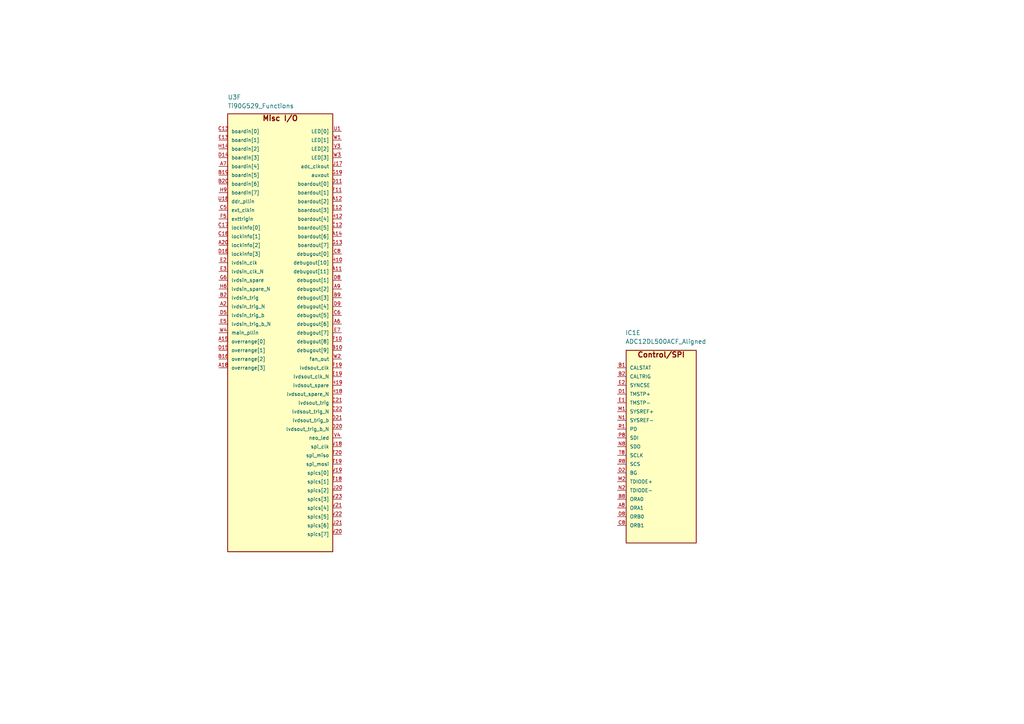
<source format=kicad_sch>
(kicad_sch (version 20250114) (generator "eeschema") (generator_version "9.0")
  (paper "A4")
  (lib_symbols
    (symbol "Aligned_Peripheral_Symbols:ADC12DL500ACF_Aligned" (pin_names (offset 1.016))
      (property "Reference" "IC" (at 0 1.27 0))
      (property "Value" "ADC12DL500ACF_Aligned" (at 0 -1.27 0))
      (symbol "ADC12DL500ACF_Aligned_1_1"
        (text "Ch A/C LVDS Out" (at 12.7 68.58 0) (effects (font (size 1.524 1.524) (bold yes))))
        (pin output line (at -2.54 64.77 0) (length 2.54) (name "DA0+") (number "A9"))
        (pin output line (at -2.54 62.23 0) (length 2.54) (name "DA0-") (number "A10"))
        (pin output line (at -2.54 59.69 0) (length 2.54) (name "DA1+") (number "B9"))
        (pin output line (at -2.54 57.15 0) (length 2.54) (name "DA1-") (number "B10"))
        (pin output line (at -2.54 54.61 0) (length 2.54) (name "DA2+") (number "C9"))
        (pin output line (at -2.54 52.07 0) (length 2.54) (name "DA2-") (number "C10"))
        (pin output line (at -2.54 49.53 0) (length 2.54) (name "DA3+") (number "D9"))
        (pin output line (at -2.54 46.99 0) (length 2.54) (name "DA3-") (number "D10"))
        (pin output line (at -2.54 44.45 0) (length 2.54) (name "DA4+") (number "E9"))
        (pin output line (at -2.54 41.91 0) (length 2.54) (name "DA4-") (number "E10"))
        (pin output line (at -2.54 39.37 0) (length 2.54) (name "DA5+") (number "F9"))
        (pin output line (at -2.54 36.83 0) (length 2.54) (name "DA5-") (number "F10"))
        (pin output line (at -2.54 34.29 0) (length 2.54) (name "DA6+") (number "A11"))
        (pin output line (at -2.54 31.75 0) (length 2.54) (name "DA6-") (number "A12"))
        (pin output line (at -2.54 29.21 0) (length 2.54) (name "DA7+") (number "B11"))
        (pin output line (at -2.54 26.67 0) (length 2.54) (name "DA7-") (number "B12"))
        (pin output line (at -2.54 24.13 0) (length 2.54) (name "DA8+") (number "C11"))
        (pin output line (at -2.54 21.59 0) (length 2.54) (name "DA8-") (number "C12"))
        (pin output line (at -2.54 19.05 0) (length 2.54) (name "DA9+") (number "D11"))
        (pin output line (at -2.54 16.51 0) (length 2.54) (name "DA9-") (number "D12"))
        (pin output line (at -2.54 13.97 0) (length 2.54) (name "DA10+") (number "E11"))
        (pin output line (at -2.54 11.43 0) (length 2.54) (name "DA10-") (number "E12"))
        (pin output line (at -2.54 8.89 0) (length 2.54) (name "DA11+") (number "F11"))
        (pin output line (at -2.54 6.35 0) (length 2.54) (name "DA11-") (number "F12"))
        (pin output line (at -2.54 3.81 0) (length 2.54) (name "DASTR+") (number "H9"))
        (pin output line (at -2.54 1.27 0) (length 2.54) (name "DASTR-") (number "H10"))
        (pin output line (at -2.54 -1.27 0) (length 2.54) (name "DC0+") (number "A13"))
        (pin output line (at -2.54 -3.81 0) (length 2.54) (name "DC0-") (number "A14"))
        (pin output line (at -2.54 -6.35 0) (length 2.54) (name "DC1+") (number "B13"))
        (pin output line (at -2.54 -8.89 0) (length 2.54) (name "DC1-") (number "B14"))
        (pin output line (at -2.54 -11.43 0) (length 2.54) (name "DC2+") (number "C13"))
        (pin output line (at -2.54 -13.97 0) (length 2.54) (name "DC2-") (number "C14"))
        (pin output line (at -2.54 -16.51 0) (length 2.54) (name "DC3+") (number "D13"))
        (pin output line (at -2.54 -19.05 0) (length 2.54) (name "DC3-") (number "D14"))
        (pin output line (at -2.54 -21.59 0) (length 2.54) (name "DC4+") (number "E13"))
        (pin output line (at -2.54 -24.13 0) (length 2.54) (name "DC4-") (number "E14"))
        (pin output line (at -2.54 -26.67 0) (length 2.54) (name "DC5+") (number "F13"))
        (pin output line (at -2.54 -29.21 0) (length 2.54) (name "DC5-") (number "F14"))
        (pin output line (at -2.54 -31.75 0) (length 2.54) (name "DC6+") (number "G13"))
        (pin output line (at -2.54 -34.29 0) (length 2.54) (name "DC6-") (number "G14"))
        (pin output line (at -2.54 -36.83 0) (length 2.54) (name "DC7+") (number "B15"))
        (pin output line (at -2.54 -39.37 0) (length 2.54) (name "DC7-") (number "B16"))
        (pin output line (at -2.54 -41.91 0) (length 2.54) (name "DC8+") (number "C15"))
        (pin output line (at -2.54 -44.45 0) (length 2.54) (name "DC8-") (number "C16"))
        (pin output line (at -2.54 -46.99 0) (length 2.54) (name "DC9+") (number "D15"))
        (pin output line (at -2.54 -49.53 0) (length 2.54) (name "DC9-") (number "D16"))
        (pin output line (at -2.54 -52.07 0) (length 2.54) (name "DC10+") (number "E15"))
        (pin output line (at -2.54 -54.61 0) (length 2.54) (name "DC10-") (number "E16"))
        (pin output line (at -2.54 -57.15 0) (length 2.54) (name "DC11+") (number "F15"))
        (pin output line (at -2.54 -59.69 0) (length 2.54) (name "DC11-") (number "F16"))
        (pin output line (at -2.54 -62.23 0) (length 2.54) (name "DCSTR+") (number "H15"))
        (pin output line (at -2.54 -64.77 0) (length 2.54) (name "DCSTR-") (number "H16"))
      )
      (symbol "ADC12DL500ACF_Aligned_2_1"
        (text "Ch B/D LVDS Out" (at 12.7 68.58 0) (effects (font (size 1.524 1.524) (bold yes))))
        (pin output line (at -2.54 64.77 0) (length 2.54) (name "DB0+") (number "T9"))
        (pin output line (at -2.54 62.23 0) (length 2.54) (name "DB0-") (number "T10"))
        (pin output line (at -2.54 59.69 0) (length 2.54) (name "DB1+") (number "R9"))
        (pin output line (at -2.54 57.15 0) (length 2.54) (name "DB1-") (number "R10"))
        (pin output line (at -2.54 54.61 0) (length 2.54) (name "DB2+") (number "P9"))
        (pin output line (at -2.54 52.07 0) (length 2.54) (name "DB2-") (number "P10"))
        (pin output line (at -2.54 49.53 0) (length 2.54) (name "DB3+") (number "N9"))
        (pin output line (at -2.54 46.99 0) (length 2.54) (name "DB3-") (number "N10"))
        (pin output line (at -2.54 44.45 0) (length 2.54) (name "DB4+") (number "M9"))
        (pin output line (at -2.54 41.91 0) (length 2.54) (name "DB4-") (number "M10"))
        (pin output line (at -2.54 39.37 0) (length 2.54) (name "DB5+") (number "L9"))
        (pin output line (at -2.54 36.83 0) (length 2.54) (name "DB5-") (number "L10"))
        (pin output line (at -2.54 34.29 0) (length 2.54) (name "DB6+") (number "T11"))
        (pin output line (at -2.54 31.75 0) (length 2.54) (name "DB6-") (number "T12"))
        (pin output line (at -2.54 29.21 0) (length 2.54) (name "DB7+") (number "R11"))
        (pin output line (at -2.54 26.67 0) (length 2.54) (name "DB7-") (number "R12"))
        (pin output line (at -2.54 24.13 0) (length 2.54) (name "DB8+") (number "P11"))
        (pin output line (at -2.54 21.59 0) (length 2.54) (name "DB8-") (number "P12"))
        (pin output line (at -2.54 19.05 0) (length 2.54) (name "DB9+") (number "N11"))
        (pin output line (at -2.54 16.51 0) (length 2.54) (name "DB9-") (number "N12"))
        (pin output line (at -2.54 13.97 0) (length 2.54) (name "DB10+") (number "M11"))
        (pin output line (at -2.54 11.43 0) (length 2.54) (name "DB10-") (number "M12"))
        (pin output line (at -2.54 8.89 0) (length 2.54) (name "DB11+") (number "L11"))
        (pin output line (at -2.54 6.35 0) (length 2.54) (name "DB11-") (number "L12"))
        (pin output line (at -2.54 3.81 0) (length 2.54) (name "DBSTR+") (number "J9"))
        (pin output line (at -2.54 1.27 0) (length 2.54) (name "DBSTR-") (number "J10"))
        (pin output line (at -2.54 -1.27 0) (length 2.54) (name "DD0+") (number "T13"))
        (pin output line (at -2.54 -3.81 0) (length 2.54) (name "DD0-") (number "T14"))
        (pin output line (at -2.54 -6.35 0) (length 2.54) (name "DD1+") (number "R13"))
        (pin output line (at -2.54 -8.89 0) (length 2.54) (name "DD1-") (number "R14"))
        (pin output line (at -2.54 -11.43 0) (length 2.54) (name "DD2+") (number "P13"))
        (pin output line (at -2.54 -13.97 0) (length 2.54) (name "DD2-") (number "P14"))
        (pin output line (at -2.54 -16.51 0) (length 2.54) (name "DD3+") (number "N13"))
        (pin output line (at -2.54 -19.05 0) (length 2.54) (name "DD3-") (number "N14"))
        (pin output line (at -2.54 -21.59 0) (length 2.54) (name "DD4+") (number "M13"))
        (pin output line (at -2.54 -24.13 0) (length 2.54) (name "DD4-") (number "M14"))
        (pin output line (at -2.54 -26.67 0) (length 2.54) (name "DD5+") (number "L13"))
        (pin output line (at -2.54 -29.21 0) (length 2.54) (name "DD5-") (number "L14"))
        (pin output line (at -2.54 -31.75 0) (length 2.54) (name "DD6+") (number "K13"))
        (pin output line (at -2.54 -34.29 0) (length 2.54) (name "DD6-") (number "K14"))
        (pin output line (at -2.54 -36.83 0) (length 2.54) (name "DD7+") (number "R15"))
        (pin output line (at -2.54 -39.37 0) (length 2.54) (name "DD7-") (number "R16"))
        (pin output line (at -2.54 -41.91 0) (length 2.54) (name "DD8+") (number "P15"))
        (pin output line (at -2.54 -44.45 0) (length 2.54) (name "DD8-") (number "P16"))
        (pin output line (at -2.54 -46.99 0) (length 2.54) (name "DD9+") (number "N15"))
        (pin output line (at -2.54 -49.53 0) (length 2.54) (name "DD9-") (number "N16"))
        (pin output line (at -2.54 -52.07 0) (length 2.54) (name "DD10+") (number "M15"))
        (pin output line (at -2.54 -54.61 0) (length 2.54) (name "DD10-") (number "M16"))
        (pin output line (at -2.54 -57.15 0) (length 2.54) (name "DD11+") (number "L15"))
        (pin output line (at -2.54 -59.69 0) (length 2.54) (name "DD11-") (number "L16"))
        (pin output line (at -2.54 -62.23 0) (length 2.54) (name "DDSTR+") (number "J15"))
        (pin output line (at -2.54 -64.77 0) (length 2.54) (name "DDSTR-") (number "J16"))
      )
      (symbol "ADC12DL500ACF_Aligned_3_1"
        (text "LVDS Clock Out" (at 12.7 12.7 0) (effects (font (size 1.524 1.524) (bold yes))))
        (pin output line (at -2.54 8.89 0) (length 2.54) (name "DBCLK+") (number "K9"))
        (pin output line (at -2.54 6.35 0) (length 2.54) (name "DBCLK-") (number "K10"))
        (pin output line (at -2.54 3.81 0) (length 2.54) (name "DDCLK+") (number "K15"))
        (pin output line (at -2.54 1.27 0) (length 2.54) (name "DDCLK-") (number "K16"))
        (pin output line (at -2.54 -1.27 0) (length 2.54) (name "DACLK+") (number "G9"))
        (pin output line (at -2.54 -3.81 0) (length 2.54) (name "DACLK-") (number "G10"))
        (pin output line (at -2.54 -6.35 0) (length 2.54) (name "DCCLK+") (number "G15"))
        (pin output line (at -2.54 -8.89 0) (length 2.54) (name "DCCLK-") (number "G16"))
      )
      (symbol "ADC12DL500ACF_Aligned_4_1"
        (text "Analog" (at 10.16 10.16 0) (effects (font (size 1.524 1.524) (bold yes))))
        (pin input line (at -2.54 6.35 0) (length 2.54) (name "INA+") (number "A4"))
        (pin input line (at -2.54 3.81 0) (length 2.54) (name "INA-") (number "A5"))
        (pin input line (at -2.54 1.27 0) (length 2.54) (name "INB+") (number "T4"))
        (pin input line (at -2.54 -1.27 0) (length 2.54) (name "INB-") (number "T5"))
        (pin input line (at -2.54 -3.81 0) (length 2.54) (name "CLK+") (number "H1"))
        (pin input line (at -2.54 -6.35 0) (length 2.54) (name "CLK-") (number "J1"))
      )
      (symbol "ADC12DL500ACF_Aligned_5_1"
        (text "Control/SPI" (at 10.16 26.67 0) (effects (font (size 1.524 1.524) (bold yes))))
        (pin output line (at -2.54 22.86 0) (length 2.54) (name "CALSTAT") (number "B1"))
        (pin input line (at -2.54 20.32 0) (length 2.54) (name "CALTRIG") (number "B2"))
        (pin input line (at -2.54 17.78 0) (length 2.54) (name "SYNCSE") (number "E2"))
        (pin input line (at -2.54 15.24 0) (length 2.54) (name "TMSTP+") (number "D1"))
        (pin input line (at -2.54 12.7 0) (length 2.54) (name "TMSTP-") (number "E1"))
        (pin input line (at -2.54 10.16 0) (length 2.54) (name "SYSREF+") (number "M1"))
        (pin input line (at -2.54 7.62 0) (length 2.54) (name "SYSREF-") (number "N1"))
        (pin input line (at -2.54 5.08 0) (length 2.54) (name "PD") (number "R1"))
        (pin input line (at -2.54 2.54 0) (length 2.54) (name "SDI") (number "P8"))
        (pin output line (at -2.54 0 0) (length 2.54) (name "SDO") (number "N8"))
        (pin input line (at -2.54 -2.54 0) (length 2.54) (name "SCLK") (number "T8"))
        (pin input line (at -2.54 -5.08 0) (length 2.54) (name "SCS") (number "R8"))
        (pin passive line (at -2.54 -7.62 0) (length 2.54) (name "BG") (number "D2"))
        (pin passive line (at -2.54 -10.16 0) (length 2.54) (name "TDIODE+") (number "M2"))
        (pin passive line (at -2.54 -12.7 0) (length 2.54) (name "TDIODE-") (number "N2"))
        (pin output line (at -2.54 -15.24 0) (length 2.54) (name "ORA0") (number "B8"))
        (pin output line (at -2.54 -17.78 0) (length 2.54) (name "ORA1") (number "A8"))
        (pin output line (at -2.54 -20.32 0) (length 2.54) (name "ORB0") (number "D8"))
        (pin output line (at -2.54 -22.86 0) (length 2.54) (name "ORB1") (number "C8"))
      )
      (symbol "ADC12DL500ACF_Aligned_6_1"
        (text "Power" (at 12.7 83.82 0) (effects (font (size 1.524 1.524) (bold yes))))
        (pin power_in line (at -2.54 80.01 0) (length 2.54) (name "VA11_1") (number "E4"))
        (pin power_in line (at -2.54 77.47 0) (length 2.54) (name "VA11_2") (number "E5"))
        (pin power_in line (at -2.54 74.93 0) (length 2.54) (name "VA11_3") (number "E6"))
        (pin power_in line (at -2.54 72.39 0) (length 2.54) (name "VA11_4") (number "F3"))
        (pin power_in line (at -2.54 69.85 0) (length 2.54) (name "VA11_5") (number "F4"))
        (pin power_in line (at -2.54 67.31 0) (length 2.54) (name "VA11_6") (number "F5"))
        (pin power_in line (at -2.54 64.77 0) (length 2.54) (name "VA11_7") (number "F6"))
        (pin power_in line (at -2.54 62.23 0) (length 2.54) (name "VA11_8") (number "L3"))
        (pin power_in line (at -2.54 59.69 0) (length 2.54) (name "VA11_9") (number "L4"))
        (pin power_in line (at -2.54 57.15 0) (length 2.54) (name "VA11_10") (number "L5"))
        (pin power_in line (at -2.54 54.61 0) (length 2.54) (name "VA11_11") (number "L6"))
        (pin power_in line (at -2.54 52.07 0) (length 2.54) (name "VA11_12") (number "M4"))
        (pin power_in line (at -2.54 49.53 0) (length 2.54) (name "VA11_13") (number "M5"))
        (pin power_in line (at -2.54 46.99 0) (length 2.54) (name "VA11_14") (number "M6"))
        (pin power_in line (at -2.54 44.45 0) (length 2.54) (name "VA19_1") (number "G3"))
        (pin power_in line (at -2.54 41.91 0) (length 2.54) (name "VA19_2") (number "G4"))
        (pin power_in line (at -2.54 39.37 0) (length 2.54) (name "VA19_3") (number "G5"))
        (pin power_in line (at -2.54 36.83 0) (length 2.54) (name "VA19_4") (number "G6"))
        (pin power_in line (at -2.54 34.29 0) (length 2.54) (name "VA19_5") (number "H3"))
        (pin power_in line (at -2.54 31.75 0) (length 2.54) (name "VA19_6") (number "H4"))
        (pin power_in line (at -2.54 29.21 0) (length 2.54) (name "VA19_7") (number "H5"))
        (pin power_in line (at -2.54 26.67 0) (length 2.54) (name "VA19_8") (number "H6"))
        (pin power_in line (at -2.54 24.13 0) (length 2.54) (name "VA19_9") (number "J3"))
        (pin power_in line (at -2.54 21.59 0) (length 2.54) (name "VA19_10") (number "J4"))
        (pin power_in line (at -2.54 19.05 0) (length 2.54) (name "VA19_11") (number "J5"))
        (pin power_in line (at -2.54 16.51 0) (length 2.54) (name "VA19_12") (number "J6"))
        (pin power_in line (at -2.54 13.97 0) (length 2.54) (name "VA19_13") (number "K3"))
        (pin power_in line (at -2.54 11.43 0) (length 2.54) (name "VA19_14") (number "K4"))
        (pin power_in line (at -2.54 8.89 0) (length 2.54) (name "VA19_15") (number "K5"))
        (pin power_in line (at -2.54 6.35 0) (length 2.54) (name "VA19_16") (number "K6"))
        (pin power_in line (at -2.54 3.81 0) (length 2.54) (name "VD11_1") (number "E8"))
        (pin power_in line (at -2.54 1.27 0) (length 2.54) (name "VD11_2") (number "F8"))
        (pin power_in line (at -2.54 -1.27 0) (length 2.54) (name "VD11_3") (number "G8"))
        (pin power_in line (at -2.54 -3.81 0) (length 2.54) (name "VD11_4") (number "K8"))
        (pin power_in line (at -2.54 -6.35 0) (length 2.54) (name "VD11_5") (number "L8"))
        (pin power_in line (at -2.54 -8.89 0) (length 2.54) (name "VD11_6") (number "M8"))
        (pin power_in line (at -2.54 -11.43 0) (length 2.54) (name "VLVDS_1") (number "G11"))
        (pin power_in line (at -2.54 -13.97 0) (length 2.54) (name "VLVDS_2") (number "G12"))
        (pin power_in line (at -2.54 -16.51 0) (length 2.54) (name "VLVDS_3") (number "H11"))
        (pin power_in line (at -2.54 -19.05 0) (length 2.54) (name "VLVDS_4") (number "H12"))
        (pin power_in line (at -2.54 -21.59 0) (length 2.54) (name "VLVDS_5") (number "H13"))
        (pin power_in line (at -2.54 -24.13 0) (length 2.54) (name "VLVDS_6") (number "J11"))
        (pin power_in line (at -2.54 -26.67 0) (length 2.54) (name "VLVDS_7") (number "J12"))
        (pin power_in line (at -2.54 -29.21 0) (length 2.54) (name "VLVDS_8") (number "J13"))
        (pin power_in line (at -2.54 -31.75 0) (length 2.54) (name "VLVDS_9") (number "K11"))
        (pin power_in line (at -2.54 -34.29 0) (length 2.54) (name "VLVDS_10") (number "K12"))
        (pin power_in line (at -2.54 -36.83 0) (length 2.54) (name "DGND_1") (number "A15"))
        (pin power_in line (at -2.54 -39.37 0) (length 2.54) (name "DGND_2") (number "A16"))
        (pin power_in line (at -2.54 -41.91 0) (length 2.54) (name "DGND_3") (number "D7"))
        (pin power_in line (at -2.54 -44.45 0) (length 2.54) (name "DGND_4") (number "E7"))
        (pin power_in line (at -2.54 -46.99 0) (length 2.54) (name "DGND_5") (number "F7"))
        (pin power_in line (at -2.54 -49.53 0) (length 2.54) (name "DGND_6") (number "G7"))
        (pin power_in line (at -2.54 -52.07 0) (length 2.54) (name "DGND_7") (number "H7"))
        (pin power_in line (at -2.54 -54.61 0) (length 2.54) (name "DGND_8") (number "H8"))
        (pin power_in line (at -2.54 -57.15 0) (length 2.54) (name "DGND_9") (number "H14"))
        (pin power_in line (at -2.54 -59.69 0) (length 2.54) (name "DGND_10") (number "J7"))
        (pin power_in line (at -2.54 -62.23 0) (length 2.54) (name "DGND_11") (number "J8"))
        (pin power_in line (at -2.54 -64.77 0) (length 2.54) (name "DGND_12") (number "J14"))
        (pin power_in line (at -2.54 -67.31 0) (length 2.54) (name "DGND_13") (number "K7"))
        (pin power_in line (at -2.54 -69.85 0) (length 2.54) (name "DGND_14") (number "L7"))
        (pin power_in line (at -2.54 -72.39 0) (length 2.54) (name "DGND_15") (number "M7"))
        (pin power_in line (at -2.54 -74.93 0) (length 2.54) (name "DGND_16") (number "N7"))
        (pin power_in line (at -2.54 -77.47 0) (length 2.54) (name "DGND_17") (number "T15"))
        (pin power_in line (at -2.54 -80.01 0) (length 2.54) (name "DGND_18") (number "T16"))
        (pin power_in line (at 27.94 80.01 180) (length 2.54) (name "AGND_1") (number "A1"))
        (pin power_in line (at 27.94 77.47 180) (length 2.54) (name "AGND_2") (number "A2"))
        (pin power_in line (at 27.94 74.93 180) (length 2.54) (name "AGND_3") (number "A3"))
        (pin power_in line (at 27.94 72.39 180) (length 2.54) (name "AGND_4") (number "A6"))
        (pin power_in line (at 27.94 69.85 180) (length 2.54) (name "AGND_5") (number "A7"))
        (pin power_in line (at 27.94 67.31 180) (length 2.54) (name "AGND_6") (number "B3"))
        (pin power_in line (at 27.94 64.77 180) (length 2.54) (name "AGND_7") (number "B4"))
        (pin power_in line (at 27.94 62.23 180) (length 2.54) (name "AGND_8") (number "B5"))
        (pin power_in line (at 27.94 59.69 180) (length 2.54) (name "AGND_9") (number "B6"))
        (pin power_in line (at 27.94 57.15 180) (length 2.54) (name "AGND_10") (number "B7"))
        (pin power_in line (at 27.94 54.61 180) (length 2.54) (name "AGND_11") (number "C1"))
        (pin power_in line (at 27.94 52.07 180) (length 2.54) (name "AGND_12") (number "C2"))
        (pin power_in line (at 27.94 49.53 180) (length 2.54) (name "AGND_13") (number "C3"))
        (pin power_in line (at 27.94 46.99 180) (length 2.54) (name "AGND_14") (number "C4"))
        (pin power_in line (at 27.94 44.45 180) (length 2.54) (name "AGND_15") (number "C5"))
        (pin power_in line (at 27.94 41.91 180) (length 2.54) (name "AGND_16") (number "C6"))
        (pin power_in line (at 27.94 39.37 180) (length 2.54) (name "AGND_17") (number "C7"))
        (pin power_in line (at 27.94 36.83 180) (length 2.54) (name "AGND_18") (number "D3"))
        (pin power_in line (at 27.94 34.29 180) (length 2.54) (name "AGND_19") (number "D4"))
        (pin power_in line (at 27.94 31.75 180) (length 2.54) (name "AGND_20") (number "D5"))
        (pin power_in line (at 27.94 29.21 180) (length 2.54) (name "AGND_21") (number "D6"))
        (pin power_in line (at 27.94 26.67 180) (length 2.54) (name "AGND_22") (number "E3"))
        (pin power_in line (at 27.94 24.13 180) (length 2.54) (name "AGND_23") (number "F1"))
        (pin power_in line (at 27.94 21.59 180) (length 2.54) (name "AGND_24") (number "F2"))
        (pin power_in line (at 27.94 19.05 180) (length 2.54) (name "AGND_25") (number "G1"))
        (pin power_in line (at 27.94 16.51 180) (length 2.54) (name "AGND_26") (number "G2"))
        (pin power_in line (at 27.94 13.97 180) (length 2.54) (name "AGND_27") (number "H2"))
        (pin power_in line (at 27.94 11.43 180) (length 2.54) (name "AGND_28") (number "J2"))
        (pin power_in line (at 27.94 8.89 180) (length 2.54) (name "AGND_29") (number "K1"))
        (pin power_in line (at 27.94 6.35 180) (length 2.54) (name "AGND_30") (number "K2"))
        (pin power_in line (at 27.94 3.81 180) (length 2.54) (name "AGND_31") (number "L1"))
        (pin power_in line (at 27.94 1.27 180) (length 2.54) (name "AGND_32") (number "L2"))
        (pin power_in line (at 27.94 -1.27 180) (length 2.54) (name "AGND_33") (number "M3"))
        (pin power_in line (at 27.94 -3.81 180) (length 2.54) (name "AGND_34") (number "N3"))
        (pin power_in line (at 27.94 -6.35 180) (length 2.54) (name "AGND_35") (number "N4"))
        (pin power_in line (at 27.94 -8.89 180) (length 2.54) (name "AGND_36") (number "N5"))
        (pin power_in line (at 27.94 -11.43 180) (length 2.54) (name "AGND_37") (number "N6"))
        (pin power_in line (at 27.94 -13.97 180) (length 2.54) (name "AGND_38") (number "P1"))
        (pin power_in line (at 27.94 -16.51 180) (length 2.54) (name "AGND_39") (number "P2"))
        (pin power_in line (at 27.94 -19.05 180) (length 2.54) (name "AGND_40") (number "P3"))
        (pin power_in line (at 27.94 -21.59 180) (length 2.54) (name "AGND_41") (number "P4"))
        (pin power_in line (at 27.94 -24.13 180) (length 2.54) (name "AGND_42") (number "P5"))
        (pin power_in line (at 27.94 -26.67 180) (length 2.54) (name "AGND_43") (number "P6"))
        (pin power_in line (at 27.94 -29.21 180) (length 2.54) (name "AGND_44") (number "P7"))
        (pin power_in line (at 27.94 -31.75 180) (length 2.54) (name "AGND_45") (number "R2"))
        (pin power_in line (at 27.94 -34.29 180) (length 2.54) (name "AGND_46") (number "R3"))
        (pin power_in line (at 27.94 -36.83 180) (length 2.54) (name "AGND_47") (number "R4"))
        (pin power_in line (at 27.94 -39.37 180) (length 2.54) (name "AGND_48") (number "R5"))
        (pin power_in line (at 27.94 -41.91 180) (length 2.54) (name "AGND_49") (number "R6"))
        (pin power_in line (at 27.94 -44.45 180) (length 2.54) (name "AGND_50") (number "R7"))
        (pin power_in line (at 27.94 -46.99 180) (length 2.54) (name "AGND_51") (number "T1"))
        (pin power_in line (at 27.94 -49.53 180) (length 2.54) (name "AGND_52") (number "T2"))
        (pin power_in line (at 27.94 -52.07 180) (length 2.54) (name "AGND_53") (number "T3"))
        (pin power_in line (at 27.94 -54.61 180) (length 2.54) (name "AGND_54") (number "T6"))
        (pin power_in line (at 27.94 -57.15 180) (length 2.54) (name "AGND_55") (number "T7"))
      )
    )
    (symbol "Ti90G529_Functions:Ti90G529_Functions" (pin_names (offset 1.016))
      (property "Reference" "U" (at 0 1.27 0))
      (property "Value" "Ti90G529_Functions" (at 0 -1.27 0))
      (symbol "Ti90G529_Functions_1_1"
        (text "FT601 Interface" (at 15.24 62.23 0) (effects (font (size 1.524 1.524) (bold yes))))
        (pin bidirectional line (at -2.54 58.42 0) (length 2.54) (name "ftdi_data[0]") (number "F9"))
        (pin bidirectional line (at -2.54 55.88 0) (length 2.54) (name "ftdi_data[1]") (number "A5"))
        (pin bidirectional line (at -2.54 53.34 0) (length 2.54) (name "ftdi_data[2]") (number "E6"))
        (pin bidirectional line (at -2.54 50.8 0) (length 2.54) (name "ftdi_data[3]") (number "B7"))
        (pin bidirectional line (at -2.54 48.26 0) (length 2.54) (name "ftdi_data[4]") (number "C7"))
        (pin bidirectional line (at -2.54 45.72 0) (length 2.54) (name "ftdi_data[5]") (number "E8"))
        (pin bidirectional line (at -2.54 43.18 0) (length 2.54) (name "ftdi_data[6]") (number "A8"))
        (pin bidirectional line (at -2.54 40.64 0) (length 2.54) (name "ftdi_data[7]") (number "C9"))
        (pin bidirectional line (at -2.54 38.1 0) (length 2.54) (name "ftdi_data[8]") (number "E9"))
        (pin bidirectional line (at -2.54 35.56 0) (length 2.54) (name "ftdi_data[9]") (number "E10"))
        (pin bidirectional line (at -2.54 33.02 0) (length 2.54) (name "ftdi_data[10]") (number "C10"))
        (pin bidirectional line (at -2.54 30.48 0) (length 2.54) (name "ftdi_data[11]") (number "H11"))
        (pin bidirectional line (at -2.54 27.94 0) (length 2.54) (name "ftdi_data[12]") (number "A10"))
        (pin bidirectional line (at -2.54 25.4 0) (length 2.54) (name "ftdi_data[13]") (number "C11"))
        (pin bidirectional line (at -2.54 22.86 0) (length 2.54) (name "ftdi_data[14]") (number "G11"))
        (pin bidirectional line (at -2.54 20.32 0) (length 2.54) (name "ftdi_data[15]") (number "B12"))
        (pin bidirectional line (at -2.54 17.78 0) (length 2.54) (name "ftdi_data[16]") (number "E11"))
        (pin bidirectional line (at -2.54 15.24 0) (length 2.54) (name "ftdi_data[17]") (number "G12"))
        (pin bidirectional line (at -2.54 12.7 0) (length 2.54) (name "ftdi_data[18]") (number "D12"))
        (pin bidirectional line (at -2.54 10.16 0) (length 2.54) (name "ftdi_data[19]") (number "A13"))
        (pin bidirectional line (at -2.54 7.62 0) (length 2.54) (name "ftdi_data[20]") (number "H13"))
        (pin bidirectional line (at -2.54 5.08 0) (length 2.54) (name "ftdi_data[21]") (number "B13"))
        (pin bidirectional line (at -2.54 2.54 0) (length 2.54) (name "ftdi_data[22]") (number "F13"))
        (pin bidirectional line (at -2.54 0 0) (length 2.54) (name "ftdi_data[23]") (number "G14"))
        (pin bidirectional line (at -2.54 -2.54 0) (length 2.54) (name "ftdi_data[24]") (number "E14"))
        (pin bidirectional line (at -2.54 -5.08 0) (length 2.54) (name "ftdi_data[25]") (number "B15"))
        (pin bidirectional line (at -2.54 -7.62 0) (length 2.54) (name "ftdi_data[26]") (number "C15"))
        (pin bidirectional line (at -2.54 -10.16 0) (length 2.54) (name "ftdi_data[27]") (number "A16"))
        (pin bidirectional line (at -2.54 -12.7 0) (length 2.54) (name "ftdi_data[28]") (number "A17"))
        (pin bidirectional line (at -2.54 -15.24 0) (length 2.54) (name "ftdi_data[29]") (number "C16"))
        (pin bidirectional line (at -2.54 -17.78 0) (length 2.54) (name "ftdi_data[30]") (number "B18"))
        (pin bidirectional line (at -2.54 -20.32 0) (length 2.54) (name "ftdi_data[31]") (number "A21"))
        (pin bidirectional line (at -2.54 -22.86 0) (length 2.54) (name "ftdi_be[0]") (number "D17"))
        (pin bidirectional line (at -2.54 -25.4 0) (length 2.54) (name "ftdi_be[1]") (number "C19"))
        (pin bidirectional line (at -2.54 -27.94 0) (length 2.54) (name "ftdi_be[2]") (number "C20"))
        (pin bidirectional line (at -2.54 -30.48 0) (length 2.54) (name "ftdi_be[3]") (number "E17"))
        (pin input line (at -2.54 -33.02 0) (length 2.54) (name "ftdi_clk") (number "F15"))
        (pin output line (at -2.54 -35.56 0) (length 2.54) (name "ftdi_oe_n") (number "H15"))
        (pin output line (at -2.54 -38.1 0) (length 2.54) (name "ftdi_rd_n") (number "E16"))
        (pin output line (at -2.54 -40.64 0) (length 2.54) (name "ftdi_wr_n") (number "G16"))
        (pin input line (at -2.54 -43.18 0) (length 2.54) (name "ftdi_rxf_n") (number "G15"))
        (pin input line (at -2.54 -45.72 0) (length 2.54) (name "ftdi_txe_n") (number "E15"))
        (pin output line (at -2.54 -48.26 0) (length 2.54) (name "ftdi_resetn") (number "G9"))
        (pin output line (at -2.54 -50.8 0) (length 2.54) (name "ftdi_siwu") (number "G8"))
        (pin output line (at -2.54 -53.34 0) (length 2.54) (name "ftdi_wakeupn") (number "F7"))
        (pin output line (at -2.54 -55.88 0) (length 2.54) (name "ftdi_gpio0") (number "H8"))
        (pin output line (at -2.54 -58.42 0) (length 2.54) (name "ftdi_gpio1") (number "G7"))
      )
      (symbol "Ti90G529_Functions_2_1"
        (text "ADC 1/2 LVDS Data" (at 15.24 68.58 0) (effects (font (size 1.524 1.524) (bold yes))))
        (pin input line (at 33.02 64.77 180) (length 2.54) (name "lvds_rx1_1") (number "E21"))
        (pin input line (at 33.02 62.23 180) (length 2.54) (name "lvds_rx1_1_N") (number "E20"))
        (pin input line (at 33.02 59.69 180) (length 2.54) (name "lvds_rx1_2") (number "R23"))
        (pin input line (at 33.02 57.15 180) (length 2.54) (name "lvds_rx1_2_N") (number "P23"))
        (pin input line (at 33.02 54.61 180) (length 2.54) (name "lvds_rx1_3") (number "R18"))
        (pin input line (at 33.02 52.07 180) (length 2.54) (name "lvds_rx1_3_N") (number "R19"))
        (pin input line (at 33.02 49.53 180) (length 2.54) (name "lvds_rx1_4") (number "P21"))
        (pin input line (at 33.02 46.99 180) (length 2.54) (name "lvds_rx1_4_N") (number "P20"))
        (pin input line (at 33.02 44.45 180) (length 2.54) (name "lvds_rx1_5") (number "N22"))
        (pin input line (at 33.02 41.91 180) (length 2.54) (name "lvds_rx1_5_N") (number "N23"))
        (pin input line (at 33.02 39.37 180) (length 2.54) (name "lvds_rx1_6") (number "P18"))
        (pin input line (at 33.02 36.83 180) (length 2.54) (name "lvds_rx1_6_N") (number "P19"))
        (pin input line (at 33.02 34.29 180) (length 2.54) (name "lvds_rx1_7") (number "L23"))
        (pin input line (at 33.02 31.75 180) (length 2.54) (name "lvds_rx1_7_N") (number "L22"))
        (pin input line (at 33.02 29.21 180) (length 2.54) (name "lvds_rx1_8") (number "N20"))
        (pin input line (at 33.02 26.67 180) (length 2.54) (name "lvds_rx1_8_N") (number "N21"))
        (pin input line (at 33.02 24.13 180) (length 2.54) (name "lvds_rx1_9") (number "N16"))
        (pin input line (at 33.02 21.59 180) (length 2.54) (name "lvds_rx1_9_N") (number "N17"))
        (pin input line (at 33.02 19.05 180) (length 2.54) (name "lvds_rx1_10") (number "N19"))
        (pin input line (at 33.02 16.51 180) (length 2.54) (name "lvds_rx1_10_N") (number "N18"))
        (pin input line (at 33.02 13.97 180) (length 2.54) (name "lvds_rx1_11") (number "M21"))
        (pin input line (at 33.02 11.43 180) (length 2.54) (name "lvds_rx1_11_N") (number "M22"))
        (pin input line (at 33.02 8.89 180) (length 2.54) (name "lvds_rx1_12") (number "G22"))
        (pin input line (at 33.02 6.35 180) (length 2.54) (name "lvds_rx1_12_N") (number "H22"))
        (pin input line (at 33.02 3.81 180) (length 2.54) (name "lvds_rx1_13") (number "M19"))
        (pin input line (at 33.02 1.27 180) (length 2.54) (name "lvds_rx1_13_N") (number "M18"))
        (pin input line (at 33.02 -1.27 180) (length 2.54) (name "lvds_rx2_1") (number "L21"))
        (pin input line (at 33.02 -3.81 180) (length 2.54) (name "lvds_rx2_1_N") (number "K21"))
        (pin input line (at 33.02 -6.35 180) (length 2.54) (name "lvds_rx2_2") (number "F23"))
        (pin input line (at 33.02 -8.89 180) (length 2.54) (name "lvds_rx2_2_N") (number "G23"))
        (pin input line (at 33.02 -11.43 180) (length 2.54) (name "lvds_rx2_3") (number "L16"))
        (pin input line (at 33.02 -13.97 180) (length 2.54) (name "lvds_rx2_3_N") (number "M16"))
        (pin input line (at 33.02 -16.51 180) (length 2.54) (name "lvds_rx2_4") (number "E23"))
        (pin input line (at 33.02 -19.05 180) (length 2.54) (name "lvds_rx2_4_N") (number "E22"))
        (pin input line (at 33.02 -21.59 180) (length 2.54) (name "lvds_rx2_5") (number "J20"))
        (pin input line (at 33.02 -24.13 180) (length 2.54) (name "lvds_rx2_5_N") (number "J21"))
        (pin input line (at 33.02 -26.67 180) (length 2.54) (name "lvds_rx2_6") (number "L18"))
        (pin input line (at 33.02 -29.21 180) (length 2.54) (name "lvds_rx2_6_N") (number "L17"))
        (pin input line (at 33.02 -31.75 180) (length 2.54) (name "lvds_rx2_7") (number "G21"))
        (pin input line (at 33.02 -34.29 180) (length 2.54) (name "lvds_rx2_7_N") (number "F21"))
        (pin input line (at 33.02 -36.83 180) (length 2.54) (name "lvds_rx2_8") (number "K20"))
        (pin input line (at 33.02 -39.37 180) (length 2.54) (name "lvds_rx2_8_N") (number "K19"))
        (pin input line (at 33.02 -41.91 180) (length 2.54) (name "lvds_rx2_9") (number "L20"))
        (pin input line (at 33.02 -44.45 180) (length 2.54) (name "lvds_rx2_9_N") (number "L19"))
        (pin input line (at 33.02 -46.99 180) (length 2.54) (name "lvds_rx2_10") (number "J18"))
        (pin input line (at 33.02 -49.53 180) (length 2.54) (name "lvds_rx2_10_N") (number "J17"))
        (pin input line (at 33.02 -52.07 180) (length 2.54) (name "lvds_rx2_11") (number "B23"))
        (pin input line (at 33.02 -54.61 180) (length 2.54) (name "lvds_rx2_11_N") (number "B22"))
        (pin input line (at 33.02 -57.15 180) (length 2.54) (name "lvds_rx2_12") (number "K18"))
        (pin input line (at 33.02 -59.69 180) (length 2.54) (name "lvds_rx2_12_N") (number "K17"))
        (pin input line (at 33.02 -62.23 180) (length 2.54) (name "lvds_rx2_13") (number "H20"))
        (pin input line (at 33.02 -64.77 180) (length 2.54) (name "lvds_rx2_13_N") (number "G20"))
      )
      (symbol "Ti90G529_Functions_3_1"
        (text "ADC 3/4 LVDS Data" (at 15.24 68.58 0) (effects (font (size 1.524 1.524) (bold yes))))
        (pin input line (at 33.02 64.77 180) (length 2.54) (name "lvds_rx3_1") (number "C3"))
        (pin input line (at 33.02 62.23 180) (length 2.54) (name "lvds_rx3_1_N") (number "C2"))
        (pin input line (at 33.02 59.69 180) (length 2.54) (name "lvds_rx3_2") (number "R2"))
        (pin input line (at 33.02 57.15 180) (length 2.54) (name "lvds_rx3_2_N") (number "R3"))
        (pin input line (at 33.02 54.61 180) (length 2.54) (name "lvds_rx3_3") (number "P8"))
        (pin input line (at 33.02 52.07 180) (length 2.54) (name "lvds_rx3_3_N") (number "P7"))
        (pin input line (at 33.02 49.53 180) (length 2.54) (name "lvds_rx3_4") (number "P1"))
        (pin input line (at 33.02 46.99 180) (length 2.54) (name "lvds_rx3_4_N") (number "R1"))
        (pin input line (at 33.02 44.45 180) (length 2.54) (name "lvds_rx3_5") (number "P5"))
        (pin input line (at 33.02 41.91 180) (length 2.54) (name "lvds_rx3_5_N") (number "P6"))
        (pin input line (at 33.02 39.37 180) (length 2.54) (name "lvds_rx3_6") (number "N5"))
        (pin input line (at 33.02 36.83 180) (length 2.54) (name "lvds_rx3_6_N") (number "N6"))
        (pin input line (at 33.02 34.29 180) (length 2.54) (name "lvds_rx3_7") (number "N3"))
        (pin input line (at 33.02 31.75 180) (length 2.54) (name "lvds_rx3_7_N") (number "P3"))
        (pin input line (at 33.02 29.21 180) (length 2.54) (name "lvds_rx3_8") (number "N1"))
        (pin input line (at 33.02 26.67 180) (length 2.54) (name "lvds_rx3_8_N") (number "N2"))
        (pin input line (at 33.02 24.13 180) (length 2.54) (name "lvds_rx3_9") (number "N4"))
        (pin input line (at 33.02 21.59 180) (length 2.54) (name "lvds_rx3_9_N") (number "M4"))
        (pin input line (at 33.02 19.05 180) (length 2.54) (name "lvds_rx3_10") (number "L2"))
        (pin input line (at 33.02 16.51 180) (length 2.54) (name "lvds_rx3_10_N") (number "M2"))
        (pin input line (at 33.02 13.97 180) (length 2.54) (name "lvds_rx3_11") (number "K1"))
        (pin input line (at 33.02 11.43 180) (length 2.54) (name "lvds_rx3_11_N") (number "L1"))
        (pin input line (at 33.02 8.89 180) (length 2.54) (name "lvds_rx3_12") (number "E1"))
        (pin input line (at 33.02 6.35 180) (length 2.54) (name "lvds_rx3_12_N") (number "F1"))
        (pin input line (at 33.02 3.81 180) (length 2.54) (name "lvds_rx3_13") (number "M6"))
        (pin input line (at 33.02 1.27 180) (length 2.54) (name "lvds_rx3_13_N") (number "M7"))
        (pin input line (at 33.02 -1.27 180) (length 2.54) (name "lvds_rx4_1") (number "L3"))
        (pin input line (at 33.02 -3.81 180) (length 2.54) (name "lvds_rx4_1_N") (number "K3"))
        (pin input line (at 33.02 -6.35 180) (length 2.54) (name "lvds_rx4_2") (number "J3"))
        (pin input line (at 33.02 -8.89 180) (length 2.54) (name "lvds_rx4_2_N") (number "J2"))
        (pin input line (at 33.02 -11.43 180) (length 2.54) (name "lvds_rx4_3") (number "L4"))
        (pin input line (at 33.02 -13.97 180) (length 2.54) (name "lvds_rx4_3_N") (number "L5"))
        (pin input line (at 33.02 -16.51 180) (length 2.54) (name "lvds_rx4_4") (number "H2"))
        (pin input line (at 33.02 -19.05 180) (length 2.54) (name "lvds_rx4_4_N") (number "H3"))
        (pin input line (at 33.02 -21.59 180) (length 2.54) (name "lvds_rx4_5") (number "F3"))
        (pin input line (at 33.02 -24.13 180) (length 2.54) (name "lvds_rx4_5_N") (number "G3"))
        (pin input line (at 33.02 -26.67 180) (length 2.54) (name "lvds_rx4_6") (number "L7"))
        (pin input line (at 33.02 -29.21 180) (length 2.54) (name "lvds_rx4_6_N") (number "L8"))
        (pin input line (at 33.02 -31.75 180) (length 2.54) (name "lvds_rx4_7") (number "K4"))
        (pin input line (at 33.02 -34.29 180) (length 2.54) (name "lvds_rx4_7_N") (number "J4"))
        (pin input line (at 33.02 -36.83 180) (length 2.54) (name "lvds_rx4_8") (number "H5"))
        (pin input line (at 33.02 -39.37 180) (length 2.54) (name "lvds_rx4_8_N") (number "J5"))
        (pin input line (at 33.02 -41.91 180) (length 2.54) (name "lvds_rx4_9") (number "K6"))
        (pin input line (at 33.02 -44.45 180) (length 2.54) (name "lvds_rx4_9_N") (number "L6"))
        (pin input line (at 33.02 -46.99 180) (length 2.54) (name "lvds_rx4_10") (number "J7"))
        (pin input line (at 33.02 -49.53 180) (length 2.54) (name "lvds_rx4_10_N") (number "J6"))
        (pin input line (at 33.02 -52.07 180) (length 2.54) (name "lvds_rx4_11") (number "B1"))
        (pin input line (at 33.02 -54.61 180) (length 2.54) (name "lvds_rx4_11_N") (number "C1"))
        (pin input line (at 33.02 -57.15 180) (length 2.54) (name "lvds_rx4_12") (number "E4"))
        (pin input line (at 33.02 -59.69 180) (length 2.54) (name "lvds_rx4_12_N") (number "F4"))
        (pin input line (at 33.02 -62.23 180) (length 2.54) (name "lvds_rx4_13") (number "D2"))
        (pin input line (at 33.02 -64.77 180) (length 2.54) (name "lvds_rx4_13_N") (number "D3"))
      )
      (symbol "Ti90G529_Functions_4_1"
        (text "ADC LVDS Clocks" (at 15.24 12.7 0) (effects (font (size 1.524 1.524) (bold yes))))
        (pin input line (at 33.02 8.89 180) (length 2.54) (name "lvds_rx_top_clkin1") (number "J22"))
        (pin input line (at 33.02 6.35 180) (length 2.54) (name "lvds_rx_top_clkin1_N") (number "J23"))
        (pin input line (at 33.02 3.81 180) (length 2.54) (name "lvds_rx_top_clkin2") (number "R22"))
        (pin input line (at 33.02 1.27 180) (length 2.54) (name "lvds_rx_top_clkin2_N") (number "R21"))
        (pin input line (at 33.02 -1.27 180) (length 2.54) (name "lvds_rx_bottom_clkin3") (number "R4"))
        (pin input line (at 33.02 -3.81 180) (length 2.54) (name "lvds_rx_bottom_clkin3_N") (number "R5"))
        (pin input line (at 33.02 -6.35 180) (length 2.54) (name "lvds_rx_bottom_clkin4") (number "G1"))
        (pin input line (at 33.02 -8.89 180) (length 2.54) (name "lvds_rx_bottom_clkin4_N") (number "G2"))
      )
      (symbol "Ti90G529_Functions_5_1"
        (text "DDR4 Interface" (at 15.24 58.42 0) (effects (font (size 1.524 1.524) (bold yes))))
        (pin bidirectional line (at -2.54 54.61 0) (length 2.54) (name "DDR_DQ[0]") (number "AA22"))
        (pin bidirectional line (at -2.54 52.07 0) (length 2.54) (name "DDR_DQ[1]") (number "AA23"))
        (pin bidirectional line (at -2.54 49.53 0) (length 2.54) (name "DDR_DQ[2]") (number "AA20"))
        (pin bidirectional line (at -2.54 46.99 0) (length 2.54) (name "DDR_DQ[3]") (number "AC19"))
        (pin bidirectional line (at -2.54 44.45 0) (length 2.54) (name "DDR_DQ[4]") (number "AB20"))
        (pin bidirectional line (at -2.54 41.91 0) (length 2.54) (name "DDR_DQ[5]") (number "AB19"))
        (pin bidirectional line (at -2.54 39.37 0) (length 2.54) (name "DDR_DQ[6]") (number "AC22"))
        (pin bidirectional line (at -2.54 36.83 0) (length 2.54) (name "DDR_DQ[7]") (number "AA21"))
        (pin bidirectional line (at -2.54 34.29 0) (length 2.54) (name "DDR_DQS[0]") (number "AB21"))
        (pin bidirectional line (at -2.54 31.75 0) (length 2.54) (name "DDR_DQS_N[0]") (number "AC21"))
        (pin bidirectional line (at -2.54 29.21 0) (length 2.54) (name "DDR_DM[0]") (number "AB23"))
        (pin bidirectional line (at -2.54 26.67 0) (length 2.54) (name "DDR_DQ[8]") (number "AA17"))
        (pin bidirectional line (at -2.54 24.13 0) (length 2.54) (name "DDR_DQ[9]") (number "AC17"))
        (pin bidirectional line (at -2.54 21.59 0) (length 2.54) (name "DDR_DQ[10]") (number "AA18"))
        (pin bidirectional line (at -2.54 19.05 0) (length 2.54) (name "DDR_DQ[11]") (number "AC18"))
        (pin bidirectional line (at -2.54 16.51 0) (length 2.54) (name "DDR_DQ[12]") (number "AB15"))
        (pin bidirectional line (at -2.54 13.97 0) (length 2.54) (name "DDR_DQ[13]") (number "AA15"))
        (pin bidirectional line (at -2.54 11.43 0) (length 2.54) (name "DDR_DQ[14]") (number "AC14"))
        (pin bidirectional line (at -2.54 8.89 0) (length 2.54) (name "DDR_DQ[15]") (number "AA14"))
        (pin bidirectional line (at -2.54 6.35 0) (length 2.54) (name "DDR_DQS[1]") (number "AB16"))
        (pin bidirectional line (at -2.54 3.81 0) (length 2.54) (name "DDR_DQS_N[1]") (number "AC16"))
        (pin bidirectional line (at -2.54 1.27 0) (length 2.54) (name "DDR_DM[1]") (number "AA16"))
        (pin bidirectional line (at -2.54 -1.27 0) (length 2.54) (name "DDR_DQ[16]") (number "AB9"))
        (pin bidirectional line (at -2.54 -3.81 0) (length 2.54) (name "DDR_DQ[17]") (number "AA9"))
        (pin bidirectional line (at -2.54 -6.35 0) (length 2.54) (name "DDR_DQ[18]") (number "AC10"))
        (pin bidirectional line (at -2.54 -8.89 0) (length 2.54) (name "DDR_DQ[19]") (number "AA10"))
        (pin bidirectional line (at -2.54 -11.43 0) (length 2.54) (name "DDR_DQ[20]") (number "AC7"))
        (pin bidirectional line (at -2.54 -13.97 0) (length 2.54) (name "DDR_DQ[21]") (number "AA7"))
        (pin bidirectional line (at -2.54 -16.51 0) (length 2.54) (name "DDR_DQ[22]") (number "AC6"))
        (pin bidirectional line (at -2.54 -19.05 0) (length 2.54) (name "DDR_DQ[23]") (number "AA6"))
        (pin bidirectional line (at -2.54 -21.59 0) (length 2.54) (name "DDR_DQS[2]") (number "AB8"))
        (pin bidirectional line (at -2.54 -24.13 0) (length 2.54) (name "DDR_DQS_N[2]") (number "AC8"))
        (pin bidirectional line (at -2.54 -26.67 0) (length 2.54) (name "DDR_DM[2]") (number "AA8"))
        (pin bidirectional line (at -2.54 -29.21 0) (length 2.54) (name "DDR_DQ[24]") (number "AB4"))
        (pin bidirectional line (at -2.54 -31.75 0) (length 2.54) (name "DDR_DQ[25]") (number "AA4"))
        (pin bidirectional line (at -2.54 -34.29 0) (length 2.54) (name "DDR_DQ[26]") (number "AC5"))
        (pin bidirectional line (at -2.54 -36.83 0) (length 2.54) (name "DDR_DQ[27]") (number "AA5"))
        (pin bidirectional line (at -2.54 -39.37 0) (length 2.54) (name "DDR_DQ[28]") (number "AB1"))
        (pin bidirectional line (at -2.54 -41.91 0) (length 2.54) (name "DDR_DQ[29]") (number "AA1"))
        (pin bidirectional line (at -2.54 -44.45 0) (length 2.54) (name "DDR_DQ[30]") (number "AA2"))
        (pin bidirectional line (at -2.54 -46.99 0) (length 2.54) (name "DDR_DQ[31]") (number "AC2"))
        (pin bidirectional line (at -2.54 -49.53 0) (length 2.54) (name "DDR_DQS[3]") (number "AB3"))
        (pin bidirectional line (at -2.54 -52.07 0) (length 2.54) (name "DDR_DQS_N[3]") (number "AC3"))
        (pin bidirectional line (at -2.54 -54.61 0) (length 2.54) (name "DDR_DM[3]") (number "AA3"))
        (pin output line (at 33.02 54.61 180) (length 2.54) (name "DDR_CS_N[0]") (number "Y15"))
        (pin output line (at 33.02 52.07 180) (length 2.54) (name "DDR_CS_N[1]") (number "W16"))
        (pin output line (at 33.02 49.53 180) (length 2.54) (name "DDR_CS_N[2]") (number "W17"))
        (pin output line (at 33.02 46.99 180) (length 2.54) (name "DDR_CS_N[3]") (number "Y17"))
        (pin output line (at 33.02 44.45 180) (length 2.54) (name "DDR_CKE[0]") (number "AA12"))
        (pin output line (at 33.02 39.37 180) (length 2.54) (name "DDR_CKE[1]") (number "AA13"))
        (pin output line (at 33.02 36.83 180) (length 2.54) (name "DDR_CK") (number "AC12"))
        (pin output line (at 33.02 31.75 180) (length 2.54) (name "DDR_CK_N") (number "AB12"))
        (pin output line (at 33.02 26.67 180) (length 2.54) (name "DDR_RST_N") (number "AC13"))
        (pin output line (at 33.02 24.13 180) (length 2.54) (name "DDR_A[0]") (number "AC11"))
        (pin output line (at 33.02 19.05 180) (length 2.54) (name "DDR_A[1]") (number "AA11"))
        (pin output line (at 33.02 13.97 180) (length 2.54) (name "DDR_A[2]") (number "Y9"))
        (pin output line (at 33.02 8.89 180) (length 2.54) (name "DDR_A[3]") (number "W9"))
        (pin output line (at 33.02 3.81 180) (length 2.54) (name "DDR_A[4]") (number "W8"))
        (pin output line (at 33.02 -1.27 180) (length 2.54) (name "DDR_A[5]") (number "Y7"))
        (pin output line (at 33.02 -6.35 180) (length 2.54) (name "DDR_CAL") (number "V8"))
      )
      (symbol "Ti90G529_Functions_6_1"
        (text "Misc I/O" (at 15.24 62.23 0) (effects (font (size 1.524 1.524) (bold yes))))
        (pin input line (at -2.54 58.42 0) (length 2.54) (name "boardin[0]") (number "C13"))
        (pin input line (at -2.54 55.88 0) (length 2.54) (name "boardin[1]") (number "E13"))
        (pin input line (at -2.54 53.34 0) (length 2.54) (name "boardin[2]") (number "H14"))
        (pin input line (at -2.54 50.8 0) (length 2.54) (name "boardin[3]") (number "D14"))
        (pin input line (at -2.54 48.26 0) (length 2.54) (name "boardin[4]") (number "A7"))
        (pin input line (at -2.54 45.72 0) (length 2.54) (name "boardin[5]") (number "B19"))
        (pin input line (at -2.54 43.18 0) (length 2.54) (name "boardin[6]") (number "B20"))
        (pin input line (at -2.54 40.64 0) (length 2.54) (name "boardin[7]") (number "H9"))
        (pin input line (at -2.54 38.1 0) (length 2.54) (name "ddr_pllin") (number "U18"))
        (pin input line (at -2.54 35.56 0) (length 2.54) (name "ext_clkin") (number "C5"))
        (pin input line (at -2.54 33.02 0) (length 2.54) (name "exttrigin") (number "F5"))
        (pin input line (at -2.54 30.48 0) (length 2.54) (name "lockinfo[0]") (number "C17"))
        (pin input line (at -2.54 27.94 0) (length 2.54) (name "lockinfo[1]") (number "C18"))
        (pin input line (at -2.54 25.4 0) (length 2.54) (name "lockinfo[2]") (number "A20"))
        (pin input line (at -2.54 22.86 0) (length 2.54) (name "lockinfo[3]") (number "D18"))
        (pin input line (at -2.54 20.32 0) (length 2.54) (name "lvdsin_clk") (number "E2"))
        (pin input line (at -2.54 17.78 0) (length 2.54) (name "lvdsin_clk_N") (number "E3"))
        (pin input line (at -2.54 15.24 0) (length 2.54) (name "lvdsin_spare") (number "G6"))
        (pin input line (at -2.54 12.7 0) (length 2.54) (name "lvdsin_spare_N") (number "H6"))
        (pin input line (at -2.54 10.16 0) (length 2.54) (name "lvdsin_trig") (number "B2"))
        (pin input line (at -2.54 7.62 0) (length 2.54) (name "lvdsin_trig_N") (number "A2"))
        (pin input line (at -2.54 5.08 0) (length 2.54) (name "lvdsin_trig_b") (number "D5"))
        (pin input line (at -2.54 2.54 0) (length 2.54) (name "lvdsin_trig_b_N") (number "E5"))
        (pin input line (at -2.54 0 0) (length 2.54) (name "main_pllin") (number "W4"))
        (pin input line (at -2.54 -2.54 0) (length 2.54) (name "overrange[0]") (number "A15"))
        (pin input line (at -2.54 -5.08 0) (length 2.54) (name "overrange[1]") (number "D15"))
        (pin input line (at -2.54 -7.62 0) (length 2.54) (name "overrange[2]") (number "B16"))
        (pin input line (at -2.54 -10.16 0) (length 2.54) (name "overrange[3]") (number "A18"))
        (pin output line (at 33.02 58.42 180) (length 2.54) (name "LED[0]") (number "U1"))
        (pin output line (at 33.02 55.88 180) (length 2.54) (name "LED[1]") (number "W1"))
        (pin output line (at 33.02 53.34 180) (length 2.54) (name "LED[2]") (number "V3"))
        (pin output line (at 33.02 50.8 180) (length 2.54) (name "LED[3]") (number "W3"))
        (pin output line (at 33.02 48.26 180) (length 2.54) (name "adc_clkout") (number "U17"))
        (pin output line (at 33.02 45.72 180) (length 2.54) (name "auxout") (number "G19"))
        (pin output line (at 33.02 43.18 180) (length 2.54) (name "boardout[0]") (number "D11"))
        (pin output line (at 33.02 40.64 180) (length 2.54) (name "boardout[1]") (number "F11"))
        (pin output line (at 33.02 38.1 180) (length 2.54) (name "boardout[2]") (number "A12"))
        (pin output line (at 33.02 35.56 180) (length 2.54) (name "boardout[3]") (number "E12"))
        (pin output line (at 33.02 33.02 180) (length 2.54) (name "boardout[4]") (number "H12"))
        (pin output line (at 33.02 30.48 180) (length 2.54) (name "boardout[5]") (number "C12"))
        (pin output line (at 33.02 27.94 180) (length 2.54) (name "boardout[6]") (number "A14"))
        (pin output line (at 33.02 25.4 180) (length 2.54) (name "boardout[7]") (number "G13"))
        (pin output line (at 33.02 22.86 180) (length 2.54) (name "debugout[0]") (number "C8"))
        (pin output line (at 33.02 20.32 180) (length 2.54) (name "debugout[10]") (number "H10"))
        (pin output line (at 33.02 17.78 180) (length 2.54) (name "debugout[11]") (number "A11"))
        (pin output line (at 33.02 15.24 180) (length 2.54) (name "debugout[1]") (number "D8"))
        (pin output line (at 33.02 12.7 180) (length 2.54) (name "debugout[2]") (number "A9"))
        (pin output line (at 33.02 10.16 180) (length 2.54) (name "debugout[3]") (number "B9"))
        (pin output line (at 33.02 7.62 180) (length 2.54) (name "debugout[4]") (number "D9"))
        (pin output line (at 33.02 5.08 180) (length 2.54) (name "debugout[5]") (number "C6"))
        (pin output line (at 33.02 2.54 180) (length 2.54) (name "debugout[6]") (number "A6"))
        (pin output line (at 33.02 0 180) (length 2.54) (name "debugout[7]") (number "E7"))
        (pin output line (at 33.02 -2.54 180) (length 2.54) (name "debugout[8]") (number "F10"))
        (pin output line (at 33.02 -5.08 180) (length 2.54) (name "debugout[9]") (number "B10"))
        (pin output line (at 33.02 -7.62 180) (length 2.54) (name "fan_out") (number "W2"))
        (pin output line (at 33.02 -10.16 180) (length 2.54) (name "lvdsout_clk") (number "F19"))
        (pin output line (at 33.02 -12.7 180) (length 2.54) (name "lvdsout_clk_N") (number "E19"))
        (pin output line (at 33.02 -15.24 180) (length 2.54) (name "lvdsout_spare") (number "H19"))
        (pin output line (at 33.02 -17.78 180) (length 2.54) (name "lvdsout_spare_N") (number "H18"))
        (pin output line (at 33.02 -20.32 180) (length 2.54) (name "lvdsout_trig") (number "C21"))
        (pin output line (at 33.02 -22.86 180) (length 2.54) (name "lvdsout_trig_N") (number "C22"))
        (pin output line (at 33.02 -25.4 180) (length 2.54) (name "lvdsout_trig_b") (number "D21"))
        (pin output line (at 33.02 -27.94 180) (length 2.54) (name "lvdsout_trig_b_N") (number "D20"))
        (pin output line (at 33.02 -30.48 180) (length 2.54) (name "neo_led") (number "V4"))
        (pin output line (at 33.02 -33.02 180) (length 2.54) (name "spi_clk") (number "V18"))
        (pin input line (at 33.02 -35.56 180) (length 2.54) (name "spi_miso") (number "T20"))
        (pin output line (at 33.02 -38.1 180) (length 2.54) (name "spi_mosi") (number "T19"))
        (pin output line (at 33.02 -40.64 180) (length 2.54) (name "spics[0]") (number "V19"))
        (pin output line (at 33.02 -43.18 180) (length 2.54) (name "spics[1]") (number "T18"))
        (pin output line (at 33.02 -45.72 180) (length 2.54) (name "spics[2]") (number "U20"))
        (pin output line (at 33.02 -48.26 180) (length 2.54) (name "spics[3]") (number "V23"))
        (pin output line (at 33.02 -50.8 180) (length 2.54) (name "spics[4]") (number "V21"))
        (pin output line (at 33.02 -53.34 180) (length 2.54) (name "spics[5]") (number "V22"))
        (pin output line (at 33.02 -55.88 180) (length 2.54) (name "spics[6]") (number "U21"))
        (pin output line (at 33.02 -58.42 180) (length 2.54) (name "spics[7]") (number "V20"))
      )
      (symbol "Ti90G529_Functions_7_1"
        (text "CONFIG/JTAG" (at 10.16 21.59 0) (effects (font (size 1.524 1.524) (bold yes))))
        (pin output line (at -2.54 17.78 0) (length 2.54) (name "CDONE") (number "T6"))
        (pin input line (at -2.54 15.24 0) (length 2.54) (name "CRESET_N") (number "R6"))
        (pin passive line (at -2.54 12.7 0) (length 2.54) (name "REF_RES_2A") (number "T22"))
        (pin passive line (at -2.54 10.16 0) (length 2.54) (name "REF_RES_2B") (number "K23"))
        (pin passive line (at -2.54 7.62 0) (length 2.54) (name "REF_RES_2C") (number "A22"))
        (pin passive line (at -2.54 5.08 0) (length 2.54) (name "REF_RES_3A") (number "E18"))
        (pin passive line (at -2.54 2.54 0) (length 2.54) (name "REF_RES_3B") (number "C14"))
        (pin passive line (at -2.54 0 0) (length 2.54) (name "REF_RES_3C") (number "D6"))
        (pin passive line (at -2.54 -2.54 0) (length 2.54) (name "REF_RES_4A") (number "B5"))
        (pin passive line (at -2.54 -5.08 0) (length 2.54) (name "REF_RES_4B") (number "J1"))
        (pin passive line (at -2.54 -7.62 0) (length 2.54) (name "REF_RES_4C") (number "T2"))
        (pin input line (at -2.54 -10.16 0) (length 2.54) (name "TCK") (number "U5"))
        (pin input line (at -2.54 -12.7 0) (length 2.54) (name "TDI") (number "U6"))
        (pin output line (at -2.54 -15.24 0) (length 2.54) (name "TDO") (number "T4"))
        (pin input line (at -2.54 -17.78 0) (length 2.54) (name "TMS") (number "T5"))
      )
      (symbol "Ti90G529_Functions_8_1"
        (text "VCC Power" (at 12.7 68.58 0) (effects (font (size 1.524 1.524) (bold yes))))
        (pin power_in line (at -2.54 64.77 0) (length 2.54) (name "VCC") (number "J11"))
        (pin power_in line (at -2.54 62.23 0) (length 2.54) (name "VCC") (number "J13"))
        (pin power_in line (at -2.54 59.69 0) (length 2.54) (name "VCC") (number "J15"))
        (pin power_in line (at -2.54 57.15 0) (length 2.54) (name "VCC") (number "J9"))
        (pin power_in line (at -2.54 54.61 0) (length 2.54) (name "VCC") (number "K10"))
        (pin power_in line (at -2.54 52.07 0) (length 2.54) (name "VCC") (number "K12"))
        (pin power_in line (at -2.54 49.53 0) (length 2.54) (name "VCC") (number "K14"))
        (pin power_in line (at -2.54 46.99 0) (length 2.54) (name "VCC") (number "L11"))
        (pin power_in line (at -2.54 44.45 0) (length 2.54) (name "VCC") (number "L13"))
        (pin power_in line (at -2.54 41.91 0) (length 2.54) (name "VCC") (number "L15"))
        (pin power_in line (at -2.54 39.37 0) (length 2.54) (name "VCC") (number "L9"))
        (pin power_in line (at -2.54 36.83 0) (length 2.54) (name "VCC") (number "M10"))
        (pin power_in line (at -2.54 34.29 0) (length 2.54) (name "VCC") (number "M12"))
        (pin power_in line (at -2.54 31.75 0) (length 2.54) (name "VCC") (number "M14"))
        (pin power_in line (at -2.54 29.21 0) (length 2.54) (name "VCC") (number "N11"))
        (pin power_in line (at -2.54 26.67 0) (length 2.54) (name "VCC") (number "N13"))
        (pin power_in line (at -2.54 24.13 0) (length 2.54) (name "VCC") (number "N15"))
        (pin power_in line (at -2.54 21.59 0) (length 2.54) (name "VCC") (number "N9"))
        (pin power_in line (at -2.54 19.05 0) (length 2.54) (name "VCC") (number "T16"))
        (pin power_in line (at -2.54 16.51 0) (length 2.54) (name "VCC") (number "T8"))
        (pin power_in line (at -2.54 13.97 0) (length 2.54) (name "VCC") (number "U16"))
        (pin power_in line (at -2.54 11.43 0) (length 2.54) (name "VCC") (number "U8"))
        (pin power_in line (at -2.54 8.89 0) (length 2.54) (name "VCCAUX") (number "J16"))
        (pin power_in line (at -2.54 6.35 0) (length 2.54) (name "VCCAUX") (number "K8"))
        (pin power_in line (at -2.54 3.81 0) (length 2.54) (name "VCCAUX") (number "R16"))
        (pin power_in line (at -2.54 1.27 0) (length 2.54) (name "VCCAUX") (number "R8"))
        (pin power_in line (at -2.54 -1.27 0) (length 2.54) (name "VCCA_BL") (number "R7"))
        (pin power_in line (at -2.54 -3.81 0) (length 2.54) (name "VCCA_BR") (number "J8"))
        (pin power_in line (at -2.54 -6.35 0) (length 2.54) (name "VCCA_TL") (number "R17"))
        (pin power_in line (at -2.54 -8.89 0) (length 2.54) (name "VCCA_TR") (number "H16"))
        (pin power_in line (at -2.54 -11.43 0) (length 2.54) (name "VCCIO2A") (number "P17"))
        (pin power_in line (at -2.54 -13.97 0) (length 2.54) (name "VCCIO2A") (number "P22"))
        (pin power_in line (at -2.54 -16.51 0) (length 2.54) (name "VCCIO2A") (number "R20"))
        (pin power_in line (at -2.54 -19.05 0) (length 2.54) (name "VCCIO2B") (number "H21"))
        (pin power_in line (at -2.54 -21.59 0) (length 2.54) (name "VCCIO2B") (number "K22"))
        (pin power_in line (at -2.54 -24.13 0) (length 2.54) (name "VCCIO2B") (number "M17"))
        (pin power_in line (at -2.54 -26.67 0) (length 2.54) (name "VCCIO2C") (number "F18"))
        (pin power_in line (at -2.54 -29.21 0) (length 2.54) (name "VCCIO2C") (number "H17"))
        (pin power_in line (at -2.54 -31.75 0) (length 2.54) (name "VCCIO2C") (number "K16"))
        (pin power_in line (at -2.54 -34.29 0) (length 2.54) (name "VCCIO33_BL") (number "U4"))
        (pin power_in line (at -2.54 -36.83 0) (length 2.54) (name "VCCIO33_BL") (number "V2"))
        (pin power_in line (at -2.54 -39.37 0) (length 2.54) (name "VCCIO33_BR") (number "F8"))
        (pin power_in line (at -2.54 -41.91 0) (length 2.54) (name "VCCIO33_TL") (number "U19"))
        (pin power_in line (at -2.54 -44.45 0) (length 2.54) (name "VCCIO33_TL") (number "U22"))
        (pin power_in line (at -2.54 -46.99 0) (length 2.54) (name "VCCIO33_TR") (number "F16"))
        (pin power_in line (at -2.54 -49.53 0) (length 2.54) (name "VCCIO3A") (number "B17"))
        (pin power_in line (at -2.54 -52.07 0) (length 2.54) (name "VCCIO3A") (number "D16"))
        (pin power_in line (at -2.54 -54.61 0) (length 2.54) (name "VCCIO3B") (number "D13"))
        (pin power_in line (at -2.54 -57.15 0) (length 2.54) (name "VCCIO3B") (number "F12"))
        (pin power_in line (at -2.54 -59.69 0) (length 2.54) (name "VCCIO3B") (number "F14"))
        (pin power_in line (at -2.54 -62.23 0) (length 2.54) (name "VCCIO3B") (number "G10"))
        (pin power_in line (at -2.54 -64.77 0) (length 2.54) (name "VCCIO3C") (number "B8"))
        (pin power_in line (at 27.94 64.77 180) (length 2.54) (name "VCCIO3C") (number "D7"))
        (pin power_in line (at 27.94 62.23 180) (length 2.54) (name "VCCIO4A") (number "D4"))
        (pin power_in line (at 27.94 59.69 180) (length 2.54) (name "VCCIO4A") (number "F6"))
        (pin power_in line (at 27.94 57.15 180) (length 2.54) (name "VCCIO4A") (number "G4"))
        (pin power_in line (at 27.94 54.61 180) (length 2.54) (name "VCCIO4B") (number "K7"))
        (pin power_in line (at 27.94 52.07 180) (length 2.54) (name "VCCIO4B") (number "M5"))
        (pin power_in line (at 27.94 49.53 180) (length 2.54) (name "VCCIO4B") (number "M8"))
        (pin power_in line (at 27.94 46.99 180) (length 2.54) (name "VCCIO4C") (number "N7"))
        (pin power_in line (at 27.94 44.45 180) (length 2.54) (name "VCCIO4C") (number "P2"))
        (pin power_in line (at 27.94 41.91 180) (length 2.54) (name "VCCIO4C") (number "P4"))
        (pin power_in line (at 27.94 39.37 180) (length 2.54) (name "VDDPLL_MCB_TOP_PHY") (number "U12"))
        (pin power_in line (at 27.94 36.83 180) (length 2.54) (name "VDDQX_PHY") (number "U10"))
        (pin power_in line (at 27.94 34.29 180) (length 2.54) (name "VDDQX_PHY") (number "U13"))
        (pin power_in line (at 27.94 31.75 180) (length 2.54) (name "VDDQX_PHY") (number "U15"))
        (pin power_in line (at 27.94 29.21 180) (length 2.54) (name "VDDQX_PHY") (number "U9"))
        (pin power_in line (at 27.94 26.67 180) (length 2.54) (name "VDDQX_PHY") (number "V11"))
        (pin power_in line (at 27.94 24.13 180) (length 2.54) (name "VDDQX_PHY") (number "V12"))
        (pin power_in line (at 27.94 21.59 180) (length 2.54) (name "VDDQX_PHY") (number "V14"))
        (pin power_in line (at 27.94 19.05 180) (length 2.54) (name "VDDQX_PHY") (number "V9"))
        (pin power_in line (at 27.94 16.51 180) (length 2.54) (name "VDDQ_CK_PHY") (number "T12"))
        (pin power_in line (at 27.94 13.97 180) (length 2.54) (name "VDDQ_PHY") (number "AB10"))
        (pin power_in line (at 27.94 11.43 180) (length 2.54) (name "VDDQ_PHY") (number "AB14"))
        (pin power_in line (at 27.94 8.89 180) (length 2.54) (name "VDDQ_PHY") (number "AB18"))
        (pin power_in line (at 27.94 6.35 180) (length 2.54) (name "VDDQ_PHY") (number "AB6"))
        (pin power_in line (at 27.94 3.81 180) (length 2.54) (name "VDDQ_PHY") (number "W12"))
        (pin power_in line (at 27.94 1.27 180) (length 2.54) (name "VDDQ_PHY") (number "W18"))
        (pin power_in line (at 27.94 -1.27 180) (length 2.54) (name "VDDQ_PHY") (number "W7"))
        (pin power_in line (at 27.94 -3.81 180) (length 2.54) (name "VDDQ_PHY") (number "Y1"))
        (pin power_in line (at 27.94 -6.35 180) (length 2.54) (name "VDDQ_PHY") (number "Y11"))
        (pin power_in line (at 27.94 -8.89 180) (length 2.54) (name "VDDQ_PHY") (number "Y13"))
        (pin power_in line (at 27.94 -11.43 180) (length 2.54) (name "VDDQ_PHY") (number "Y19"))
        (pin power_in line (at 27.94 -13.97 180) (length 2.54) (name "VDDQ_PHY") (number "Y21"))
        (pin power_in line (at 27.94 -16.51 180) (length 2.54) (name "VDDQ_PHY") (number "Y23"))
        (pin power_in line (at 27.94 -19.05 180) (length 2.54) (name "VDDQ_PHY") (number "Y3"))
        (pin power_in line (at 27.94 -21.59 180) (length 2.54) (name "VDDQ_PHY") (number "Y5"))
        (pin power_in line (at 27.94 -24.13 180) (length 2.54) (name "VDD_PHY") (number "P11"))
        (pin power_in line (at 27.94 -26.67 180) (length 2.54) (name "VDD_PHY") (number "P12"))
        (pin power_in line (at 27.94 -29.21 180) (length 2.54) (name "VDD_PHY") (number "P14"))
        (pin power_in line (at 27.94 -31.75 180) (length 2.54) (name "VDD_PHY") (number "P15"))
        (pin power_in line (at 27.94 -34.29 180) (length 2.54) (name "VDD_PHY") (number "P9"))
        (pin power_in line (at 27.94 -36.83 180) (length 2.54) (name "VDD_PHY") (number "R10"))
        (pin power_in line (at 27.94 -39.37 180) (length 2.54) (name "VDD_PHY") (number "R11"))
        (pin power_in line (at 27.94 -41.91 180) (length 2.54) (name "VDD_PHY") (number "R13"))
        (pin power_in line (at 27.94 -44.45 180) (length 2.54) (name "VDD_PHY") (number "R14"))
        (pin power_in line (at 27.94 -46.99 180) (length 2.54) (name "VDD_PHY") (number "T10"))
        (pin power_in line (at 27.94 -49.53 180) (length 2.54) (name "VDD_PHY") (number "T11"))
        (pin power_in line (at 27.94 -52.07 180) (length 2.54) (name "VDD_PHY") (number "T13"))
        (pin power_in line (at 27.94 -54.61 180) (length 2.54) (name "VDD_PHY") (number "T14"))
        (pin power_in line (at 27.94 -57.15 180) (length 2.54) (name "VDD_PHY") (number "T15"))
        (pin power_in line (at 27.94 -59.69 180) (length 2.54) (name "VDD_PHY") (number "T9"))
        (pin power_in line (at 27.94 -62.23 180) (length 2.54) (name "VQPS") (number "U7"))
      )
      (symbol "Ti90G529_Functions_9_1"
        (text "GND" (at 10.16 58.42 0) (effects (font (size 1.524 1.524) (bold yes))))
        (pin power_in line (at -2.54 54.61 0) (length 2.54) (name "GND") (number "A1"))
        (pin power_in line (at -2.54 52.07 0) (length 2.54) (name "GND") (number "A19"))
        (pin power_in line (at -2.54 49.53 0) (length 2.54) (name "GND") (number "A23"))
        (pin power_in line (at -2.54 46.99 0) (length 2.54) (name "GND") (number "AA19"))
        (pin power_in line (at -2.54 44.45 0) (length 2.54) (name "GND") (number "AB11"))
        (pin power_in line (at -2.54 41.91 0) (length 2.54) (name "GND") (number "AB13"))
        (pin power_in line (at -2.54 39.37 0) (length 2.54) (name "GND") (number "AB17"))
        (pin power_in line (at -2.54 36.83 0) (length 2.54) (name "GND") (number "AB2"))
        (pin power_in line (at -2.54 34.29 0) (length 2.54) (name "GND") (number "AB22"))
        (pin power_in line (at -2.54 31.75 0) (length 2.54) (name "GND") (number "AB5"))
        (pin power_in line (at -2.54 29.21 0) (length 2.54) (name "GND") (number "AB7"))
        (pin power_in line (at -2.54 26.67 0) (length 2.54) (name "GND") (number "AC1"))
        (pin power_in line (at -2.54 24.13 0) (length 2.54) (name "GND") (number "AC15"))
        (pin power_in line (at -2.54 21.59 0) (length 2.54) (name "GND") (number "AC20"))
        (pin power_in line (at -2.54 19.05 0) (length 2.54) (name "GND") (number "AC23"))
        (pin power_in line (at -2.54 16.51 0) (length 2.54) (name "GND") (number "AC4"))
        (pin power_in line (at -2.54 13.97 0) (length 2.54) (name "GND") (number "AC9"))
        (pin power_in line (at -2.54 11.43 0) (length 2.54) (name "GND") (number "B11"))
        (pin power_in line (at -2.54 8.89 0) (length 2.54) (name "GND") (number "B14"))
        (pin power_in line (at -2.54 6.35 0) (length 2.54) (name "GND") (number "B21"))
        (pin power_in line (at -2.54 3.81 0) (length 2.54) (name "GND") (number "B3"))
        (pin power_in line (at -2.54 1.27 0) (length 2.54) (name "GND") (number "B6"))
        (pin power_in line (at -2.54 -1.27 0) (length 2.54) (name "GND") (number "D1"))
        (pin power_in line (at -2.54 -3.81 0) (length 2.54) (name "GND") (number "D10"))
        (pin power_in line (at -2.54 -6.35 0) (length 2.54) (name "GND") (number "D19"))
        (pin power_in line (at -2.54 -8.89 0) (length 2.54) (name "GND") (number "D22"))
        (pin power_in line (at -2.54 -11.43 0) (length 2.54) (name "GND") (number "F2"))
        (pin power_in line (at -2.54 -13.97 0) (length 2.54) (name "GND") (number "F20"))
        (pin power_in line (at -2.54 -16.51 0) (length 2.54) (name "GND") (number "F22"))
        (pin power_in line (at -2.54 -19.05 0) (length 2.54) (name "GND") (number "H1"))
        (pin power_in line (at -2.54 -21.59 0) (length 2.54) (name "GND") (number "H23"))
        (pin power_in line (at -2.54 -24.13 0) (length 2.54) (name "GND") (number "H4"))
        (pin power_in line (at -2.54 -26.67 0) (length 2.54) (name "GND") (number "H7"))
        (pin power_in line (at -2.54 -29.21 0) (length 2.54) (name "GND") (number "J10"))
        (pin power_in line (at -2.54 -31.75 0) (length 2.54) (name "GND") (number "J12"))
        (pin power_in line (at -2.54 -34.29 0) (length 2.54) (name "GND") (number "J14"))
        (pin power_in line (at -2.54 -36.83 0) (length 2.54) (name "GND") (number "J19"))
        (pin power_in line (at -2.54 -39.37 0) (length 2.54) (name "GND") (number "K11"))
        (pin power_in line (at -2.54 -41.91 0) (length 2.54) (name "GND") (number "K13"))
        (pin power_in line (at -2.54 -44.45 0) (length 2.54) (name "GND") (number "K15"))
        (pin power_in line (at -2.54 -46.99 0) (length 2.54) (name "GND") (number "K2"))
        (pin power_in line (at -2.54 -49.53 0) (length 2.54) (name "GND") (number "K5"))
        (pin power_in line (at -2.54 -52.07 0) (length 2.54) (name "GND") (number "K9"))
        (pin power_in line (at -2.54 -54.61 0) (length 2.54) (name "GND") (number "L10"))
        (pin power_in line (at 22.86 54.61 180) (length 2.54) (name "GND") (number "L12"))
        (pin power_in line (at 22.86 52.07 180) (length 2.54) (name "GND") (number "L14"))
        (pin power_in line (at 22.86 49.53 180) (length 2.54) (name "GND") (number "M1"))
        (pin power_in line (at 22.86 46.99 180) (length 2.54) (name "GND") (number "M11"))
        (pin power_in line (at 22.86 44.45 180) (length 2.54) (name "GND") (number "M13"))
        (pin power_in line (at 22.86 41.91 180) (length 2.54) (name "GND") (number "M15"))
        (pin power_in line (at 22.86 39.37 180) (length 2.54) (name "GND") (number "M20"))
        (pin power_in line (at 22.86 36.83 180) (length 2.54) (name "GND") (number "M23"))
        (pin power_in line (at 22.86 34.29 180) (length 2.54) (name "GND") (number "M3"))
        (pin power_in line (at 22.86 31.75 180) (length 2.54) (name "GND") (number "M9"))
        (pin power_in line (at 22.86 29.21 180) (length 2.54) (name "GND") (number "N10"))
        (pin power_in line (at 22.86 26.67 180) (length 2.54) (name "GND") (number "N12"))
        (pin power_in line (at 22.86 24.13 180) (length 2.54) (name "GND") (number "N14"))
        (pin power_in line (at 22.86 21.59 180) (length 2.54) (name "GND") (number "N8"))
        (pin power_in line (at 22.86 19.05 180) (length 2.54) (name "GND") (number "P10"))
        (pin power_in line (at 22.86 16.51 180) (length 2.54) (name "GND") (number "P13"))
        (pin power_in line (at 22.86 13.97 180) (length 2.54) (name "GND") (number "P16"))
        (pin power_in line (at 22.86 11.43 180) (length 2.54) (name "GND") (number "R12"))
        (pin power_in line (at 22.86 8.89 180) (length 2.54) (name "GND") (number "R15"))
        (pin power_in line (at 22.86 6.35 180) (length 2.54) (name "GND") (number "R9"))
        (pin power_in line (at 22.86 3.81 180) (length 2.54) (name "GND") (number "T1"))
        (pin power_in line (at 22.86 1.27 180) (length 2.54) (name "GND") (number "T17"))
        (pin power_in line (at 22.86 -1.27 180) (length 2.54) (name "GND") (number "T21"))
        (pin power_in line (at 22.86 -3.81 180) (length 2.54) (name "GND") (number "T23"))
        (pin power_in line (at 22.86 -6.35 180) (length 2.54) (name "GND") (number "T7"))
        (pin power_in line (at 22.86 -8.89 180) (length 2.54) (name "GND") (number "U11"))
        (pin power_in line (at 22.86 -11.43 180) (length 2.54) (name "GND") (number "U14"))
        (pin power_in line (at 22.86 -13.97 180) (length 2.54) (name "GND") (number "V10"))
        (pin power_in line (at 22.86 -16.51 180) (length 2.54) (name "GND") (number "V13"))
        (pin power_in line (at 22.86 -19.05 180) (length 2.54) (name "GND") (number "V15"))
        (pin power_in line (at 22.86 -21.59 180) (length 2.54) (name "GND") (number "V17"))
        (pin power_in line (at 22.86 -24.13 180) (length 2.54) (name "GND") (number "V7"))
        (pin power_in line (at 22.86 -26.67 180) (length 2.54) (name "GND") (number "Y10"))
        (pin power_in line (at 22.86 -29.21 180) (length 2.54) (name "GND") (number "Y12"))
        (pin power_in line (at 22.86 -31.75 180) (length 2.54) (name "GND") (number "Y14"))
        (pin power_in line (at 22.86 -34.29 180) (length 2.54) (name "GND") (number "Y16"))
        (pin power_in line (at 22.86 -36.83 180) (length 2.54) (name "GND") (number "Y18"))
        (pin power_in line (at 22.86 -39.37 180) (length 2.54) (name "GND") (number "Y2"))
        (pin power_in line (at 22.86 -41.91 180) (length 2.54) (name "GND") (number "Y20"))
        (pin power_in line (at 22.86 -44.45 180) (length 2.54) (name "GND") (number "Y22"))
        (pin power_in line (at 22.86 -46.99 180) (length 2.54) (name "GND") (number "Y4"))
        (pin power_in line (at 22.86 -49.53 180) (length 2.54) (name "GND") (number "Y6"))
        (pin power_in line (at 22.86 -52.07 180) (length 2.54) (name "GND") (number "Y8"))
      )
      (symbol "Ti90G529_Functions_10_1"
        (text "Unassigned/NC" (at 15.24 40.64 0) (effects (font (size 1.524 1.524) (bold yes))))
        (pin passive line (at -2.54 36.83 0) (length 2.54) (name "GPIOB_N_32_CDI29") (number "B4"))
        (pin passive line (at -2.54 34.29 0) (length 2.54) (name "GPIOB_N_33_CDI30") (number "A3"))
        (pin passive line (at -2.54 31.75 0) (length 2.54) (name "GPIOB_N_34") (number "G5"))
        (pin passive line (at -2.54 29.21 0) (length 2.54) (name "GPIOB_P_32_CDI28") (number "C4"))
        (pin passive line (at -2.54 26.67 0) (length 2.54) (name "GPIOB_P_33_CDI31") (number "A4"))
        (pin passive line (at -2.54 24.13 0) (length 2.54) (name "GPIOL_00_PLLIN1") (number "V6"))
        (pin passive line (at -2.54 21.59 0) (length 2.54) (name "GPIOL_01") (number "W6"))
        (pin passive line (at -2.54 19.05 0) (length 2.54) (name "GPIOL_02") (number "U3"))
        (pin passive line (at -2.54 16.51 0) (length 2.54) (name "GPIOL_03_CLK24") (number "W5"))
        (pin passive line (at -2.54 13.97 0) (length 2.54) (name "GPIOL_04_CLK25") (number "U2"))
        (pin passive line (at -2.54 11.43 0) (length 2.54) (name "GPIOL_05_CLK26") (number "T3"))
        (pin passive line (at -2.54 8.89 0) (length 2.54) (name "GPIOL_06_CLK27") (number "V1"))
        (pin passive line (at -2.54 6.35 0) (length 2.54) (name "GPIOL_21") (number "V5"))
        (pin passive line (at -2.54 3.81 0) (length 2.54) (name "GPIOL_36_PLLIN1") (number "U23"))
        (pin passive line (at -2.54 1.27 0) (length 2.54) (name "GPIOL_40") (number "W22"))
        (pin passive line (at -2.54 -1.27 0) (length 2.54) (name "GPIOL_41") (number "W23"))
        (pin passive line (at -2.54 -3.81 0) (length 2.54) (name "GPIOL_42") (number "W21"))
        (pin passive line (at -2.54 -6.35 0) (length 2.54) (name "GPIOL_43") (number "W19"))
        (pin passive line (at -2.54 -8.89 0) (length 2.54) (name "GPIOL_44") (number "W20"))
        (pin passive line (at -2.54 -11.43 0) (length 2.54) (name "GPIOT_N_23") (number "C23"))
        (pin passive line (at -2.54 -13.97 0) (length 2.54) (name "GPIOT_N_33") (number "G17"))
        (pin passive line (at -2.54 -16.51 0) (length 2.54) (name "GPIOT_N_34") (number "G18"))
        (pin passive line (at -2.54 -19.05 0) (length 2.54) (name "GPIOT_P_23_PLLIN0") (number "D23"))
        (pin passive line (at -2.54 -21.59 0) (length 2.54) (name "GPIOT_P_33") (number "F17"))
        (pin passive line (at -2.54 -24.13 0) (length 2.54) (name "NC") (number "W10"))
        (pin passive line (at -2.54 -26.67 0) (length 2.54) (name "NC") (number "W11"))
        (pin passive line (at -2.54 -29.21 0) (length 2.54) (name "NC") (number "W13"))
        (pin passive line (at -2.54 -31.75 0) (length 2.54) (name "NC") (number "W14"))
        (pin passive line (at -2.54 -34.29 0) (length 2.54) (name "NC") (number "V16"))
        (pin passive line (at -2.54 -36.83 0) (length 2.54) (name "NC") (number "W15"))
      )
    )
  )
  (symbol (lib_id "Aligned_Peripheral_Symbols:ADC12DL500ACF_Aligned") (at 181.61 129.54 0) (unit 5)
    (property "Reference" "IC1" (at 181.356 96.52 0) (effects (justify left)))
    (property "Value" "ADC12DL500ACF_Aligned" (at 181.356 99.06 0) (effects (justify left)))
    (property "Footprint" "ADC12DL:BGA256C100P16X16_1700X1700X331" (effects (hide yes)))
    (property "Description" "ADC12DL500ACF - LVDS outputs aligned with Ti90G529 FPGA" (effects (hide yes)))
  )
  (symbol (lib_id "Ti90G529_Functions:Ti90G529_Functions") (at 66.04 96.52 0) (unit 6)
    (property "Reference" "U3" (at 66.04 28.194 0) (effects (justify left)))
    (property "Value" "Ti90G529_Functions" (at 66.04 30.734 0) (effects (justify left)))
    (property "Footprint" "G529:BGA-529_23x23_19.0x19.0mm" (effects (hide yes)))
    (property "Description" "Efinix Ti90G529 FPGA organized by peripheral interface" (effects (hide yes)))
  )
)
</source>
